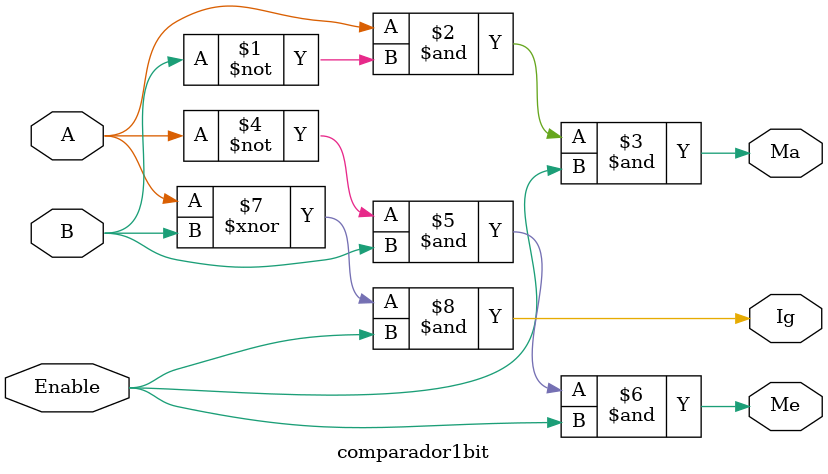
<source format=v>
/* Prática "Comparador"
Aluno: Alexandre Roque Silva de Paula
Professora: Mara Coelho
Disciplina: Sistemas Digitais |*/

module comparador1bit(A , B , Enable, Ig, Ma, Me);

	input A, B, Enable;
	output Ma, Me, Ig;
	
	assign Ma = (A & ~B) & Enable;
	
	assign Me = (~A & B) & Enable;
	
	assign Ig = (A ~^ B) & Enable;
	
endmodule

</source>
